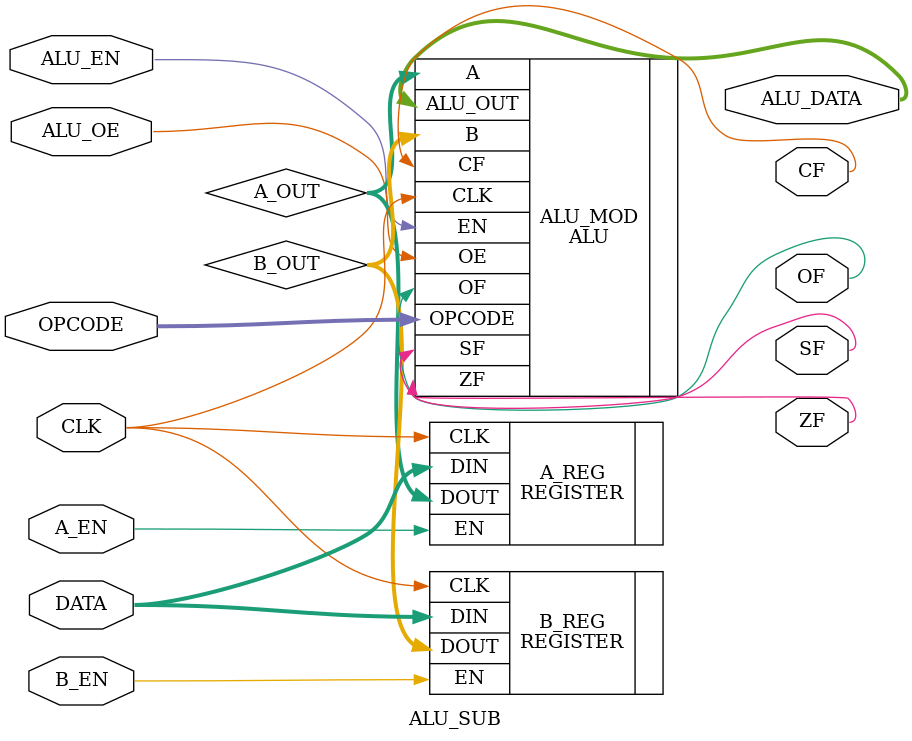
<source format=sv>
/***************************************************************************
 *** Filename: ALU_SUB.sv 			 Created by: Louis Tacata 11-16-2017 ***
 ***************************************************************************
 *** The ALU subsystem consists of the following modules: 				 ***
 *** - 8-bit A and B registers											 ***
 *** - ALU module														 ***
 ***************************************************************************/
`timescale 1 ns / 1 ns
module ALU_SUB(DATA, A_EN, B_EN, CLK, ALU_EN, ALU_OE, 
			   OPCODE, OF, SF, ZF, CF, ALU_DATA);
	// parameter definition
	parameter WIDTH = 8;
	// port declarations
	input [WIDTH-1:0] DATA;
	input [3:0] OPCODE;
	input A_EN, B_EN, CLK, ALU_EN, ALU_OE;
	output reg OF, SF, ZF, CF;
	output reg [WIDTH-1:0] ALU_DATA;

	// internal signal declaration
	reg [WIDTH-1:0] A_OUT, B_OUT;

	// module instantiations
	REGISTER #(.WIDTH(WIDTH)) A_REG(.CLK(CLK), .DIN(DATA), .EN(A_EN), 
			   .DOUT(A_OUT));

	REGISTER #(.WIDTH(WIDTH)) B_REG(.CLK(CLK), .DIN(DATA), .EN(B_EN), 
			   .DOUT(B_OUT));

	ALU #(.WIDTH(WIDTH)) ALU_MOD(.CLK(CLK), .EN(ALU_EN), .OE(ALU_OE), 
		  .OPCODE(OPCODE), .A(A_OUT), .B(B_OUT), .ALU_OUT(ALU_DATA), 
		  .CF(CF), .OF(OF), .SF(SF), .ZF(ZF));
endmodule
</source>
